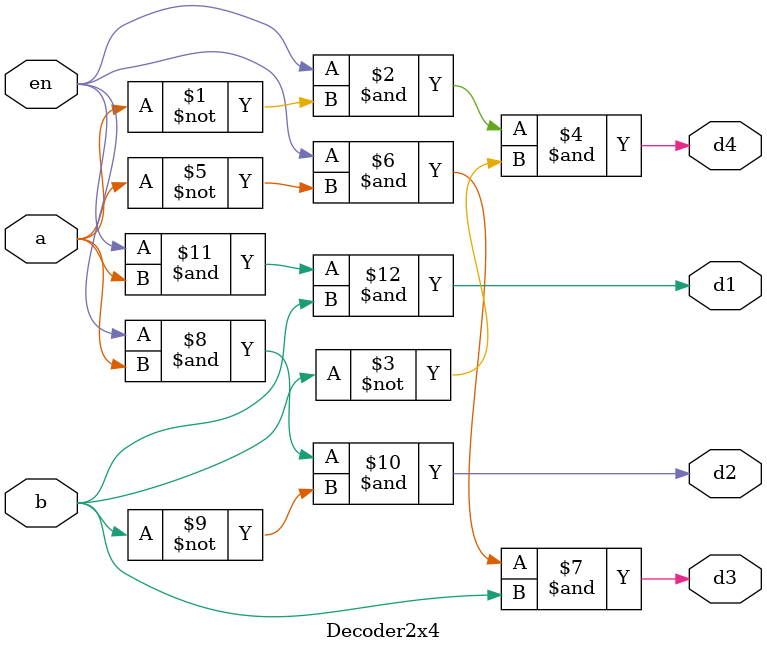
<source format=v>
`timescale 1ns / 1ps


module Decoder2x4(a,b,en,d1,d2,d3,d4);
input a,b,en;
output d1,d2,d3,d4;

assign 
    d4 = (en & ~a & ~b),
    d3 = (en & ~a & b),
    d2 = (en & a & ~b),
    d1 = (en & a & b);
    
endmodule

</source>
